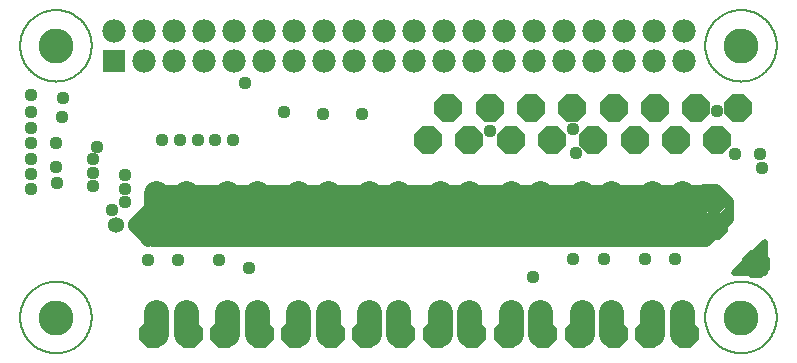
<source format=gbr>
G04 EAGLE Gerber X2 export*
%TF.Part,Single*%
%TF.FileFunction,Soldermask,Bot,1*%
%TF.FilePolarity,Negative*%
%TF.GenerationSoftware,Autodesk,EAGLE,9.0.1*%
%TF.CreationDate,2018-06-21T06:15:50Z*%
G75*
%MOMM*%
%FSLAX34Y34*%
%LPD*%
%AMOC8*
5,1,8,0,0,1.08239X$1,22.5*%
G01*
%ADD10R,47.125000X5.250000*%
%ADD11C,0.508000*%
%ADD12C,0.203200*%
%ADD13P,2.556822X8X22.500000*%
%ADD14P,2.556822X8X202.500000*%
%ADD15R,1.981200X1.981200*%
%ADD16C,1.981200*%
%ADD17C,2.953200*%
%ADD18C,2.133600*%
%ADD19C,1.359600*%
%ADD20C,1.109600*%


D10*
X451875Y743750D03*
X451875Y743750D03*
D11*
X683750Y767500D02*
X696250Y767500D01*
X707500Y756250D01*
X707500Y740000D01*
X687500Y720000D01*
X687500Y725000D01*
X705000Y742500D01*
X705000Y748750D01*
X705000Y752500D01*
X705000Y748750D02*
X700000Y743750D01*
X217500Y755000D02*
X200000Y737500D01*
X200000Y733750D01*
X213750Y720000D01*
X215000Y720000D01*
X215000Y746250D01*
X205000Y736250D01*
X205000Y732500D01*
X211250Y726250D01*
X211250Y737500D01*
X211250Y738750D01*
X211250Y737500D02*
X207500Y733750D01*
X710000Y695000D02*
X736250Y721250D01*
X736250Y695000D02*
X710000Y695000D01*
X736250Y695000D02*
X736250Y717500D01*
X736250Y720000D01*
X736250Y717500D02*
X717500Y698750D01*
D12*
X105991Y657500D02*
X106000Y658243D01*
X106027Y658985D01*
X106073Y659726D01*
X106137Y660466D01*
X106219Y661204D01*
X106319Y661940D01*
X106436Y662673D01*
X106572Y663403D01*
X106726Y664130D01*
X106898Y664852D01*
X107087Y665570D01*
X107294Y666284D01*
X107518Y666992D01*
X107760Y667694D01*
X108019Y668390D01*
X108294Y669080D01*
X108587Y669762D01*
X108896Y670437D01*
X109222Y671105D01*
X109564Y671764D01*
X109922Y672415D01*
X110296Y673056D01*
X110686Y673688D01*
X111091Y674311D01*
X111511Y674923D01*
X111946Y675525D01*
X112395Y676116D01*
X112859Y676696D01*
X113338Y677264D01*
X113830Y677821D01*
X114335Y678365D01*
X114854Y678896D01*
X115385Y679415D01*
X115929Y679920D01*
X116486Y680412D01*
X117054Y680891D01*
X117634Y681355D01*
X118225Y681804D01*
X118827Y682239D01*
X119439Y682659D01*
X120062Y683064D01*
X120694Y683454D01*
X121335Y683828D01*
X121986Y684186D01*
X122645Y684528D01*
X123313Y684854D01*
X123988Y685163D01*
X124670Y685456D01*
X125360Y685731D01*
X126056Y685990D01*
X126758Y686232D01*
X127466Y686456D01*
X128180Y686663D01*
X128898Y686852D01*
X129620Y687024D01*
X130347Y687178D01*
X131077Y687314D01*
X131810Y687431D01*
X132546Y687531D01*
X133284Y687613D01*
X134024Y687677D01*
X134765Y687723D01*
X135507Y687750D01*
X136250Y687759D01*
X136993Y687750D01*
X137735Y687723D01*
X138476Y687677D01*
X139216Y687613D01*
X139954Y687531D01*
X140690Y687431D01*
X141423Y687314D01*
X142153Y687178D01*
X142880Y687024D01*
X143602Y686852D01*
X144320Y686663D01*
X145034Y686456D01*
X145742Y686232D01*
X146444Y685990D01*
X147140Y685731D01*
X147830Y685456D01*
X148512Y685163D01*
X149187Y684854D01*
X149855Y684528D01*
X150514Y684186D01*
X151165Y683828D01*
X151806Y683454D01*
X152438Y683064D01*
X153061Y682659D01*
X153673Y682239D01*
X154275Y681804D01*
X154866Y681355D01*
X155446Y680891D01*
X156014Y680412D01*
X156571Y679920D01*
X157115Y679415D01*
X157646Y678896D01*
X158165Y678365D01*
X158670Y677821D01*
X159162Y677264D01*
X159641Y676696D01*
X160105Y676116D01*
X160554Y675525D01*
X160989Y674923D01*
X161409Y674311D01*
X161814Y673688D01*
X162204Y673056D01*
X162578Y672415D01*
X162936Y671764D01*
X163278Y671105D01*
X163604Y670437D01*
X163913Y669762D01*
X164206Y669080D01*
X164481Y668390D01*
X164740Y667694D01*
X164982Y666992D01*
X165206Y666284D01*
X165413Y665570D01*
X165602Y664852D01*
X165774Y664130D01*
X165928Y663403D01*
X166064Y662673D01*
X166181Y661940D01*
X166281Y661204D01*
X166363Y660466D01*
X166427Y659726D01*
X166473Y658985D01*
X166500Y658243D01*
X166509Y657500D01*
X166500Y656757D01*
X166473Y656015D01*
X166427Y655274D01*
X166363Y654534D01*
X166281Y653796D01*
X166181Y653060D01*
X166064Y652327D01*
X165928Y651597D01*
X165774Y650870D01*
X165602Y650148D01*
X165413Y649430D01*
X165206Y648716D01*
X164982Y648008D01*
X164740Y647306D01*
X164481Y646610D01*
X164206Y645920D01*
X163913Y645238D01*
X163604Y644563D01*
X163278Y643895D01*
X162936Y643236D01*
X162578Y642585D01*
X162204Y641944D01*
X161814Y641312D01*
X161409Y640689D01*
X160989Y640077D01*
X160554Y639475D01*
X160105Y638884D01*
X159641Y638304D01*
X159162Y637736D01*
X158670Y637179D01*
X158165Y636635D01*
X157646Y636104D01*
X157115Y635585D01*
X156571Y635080D01*
X156014Y634588D01*
X155446Y634109D01*
X154866Y633645D01*
X154275Y633196D01*
X153673Y632761D01*
X153061Y632341D01*
X152438Y631936D01*
X151806Y631546D01*
X151165Y631172D01*
X150514Y630814D01*
X149855Y630472D01*
X149187Y630146D01*
X148512Y629837D01*
X147830Y629544D01*
X147140Y629269D01*
X146444Y629010D01*
X145742Y628768D01*
X145034Y628544D01*
X144320Y628337D01*
X143602Y628148D01*
X142880Y627976D01*
X142153Y627822D01*
X141423Y627686D01*
X140690Y627569D01*
X139954Y627469D01*
X139216Y627387D01*
X138476Y627323D01*
X137735Y627277D01*
X136993Y627250D01*
X136250Y627241D01*
X135507Y627250D01*
X134765Y627277D01*
X134024Y627323D01*
X133284Y627387D01*
X132546Y627469D01*
X131810Y627569D01*
X131077Y627686D01*
X130347Y627822D01*
X129620Y627976D01*
X128898Y628148D01*
X128180Y628337D01*
X127466Y628544D01*
X126758Y628768D01*
X126056Y629010D01*
X125360Y629269D01*
X124670Y629544D01*
X123988Y629837D01*
X123313Y630146D01*
X122645Y630472D01*
X121986Y630814D01*
X121335Y631172D01*
X120694Y631546D01*
X120062Y631936D01*
X119439Y632341D01*
X118827Y632761D01*
X118225Y633196D01*
X117634Y633645D01*
X117054Y634109D01*
X116486Y634588D01*
X115929Y635080D01*
X115385Y635585D01*
X114854Y636104D01*
X114335Y636635D01*
X113830Y637179D01*
X113338Y637736D01*
X112859Y638304D01*
X112395Y638884D01*
X111946Y639475D01*
X111511Y640077D01*
X111091Y640689D01*
X110686Y641312D01*
X110296Y641944D01*
X109922Y642585D01*
X109564Y643236D01*
X109222Y643895D01*
X108896Y644563D01*
X108587Y645238D01*
X108294Y645920D01*
X108019Y646610D01*
X107760Y647306D01*
X107518Y648008D01*
X107294Y648716D01*
X107087Y649430D01*
X106898Y650148D01*
X106726Y650870D01*
X106572Y651597D01*
X106436Y652327D01*
X106319Y653060D01*
X106219Y653796D01*
X106137Y654534D01*
X106073Y655274D01*
X106027Y656015D01*
X106000Y656757D01*
X105991Y657500D01*
X105991Y887500D02*
X106000Y888243D01*
X106027Y888985D01*
X106073Y889726D01*
X106137Y890466D01*
X106219Y891204D01*
X106319Y891940D01*
X106436Y892673D01*
X106572Y893403D01*
X106726Y894130D01*
X106898Y894852D01*
X107087Y895570D01*
X107294Y896284D01*
X107518Y896992D01*
X107760Y897694D01*
X108019Y898390D01*
X108294Y899080D01*
X108587Y899762D01*
X108896Y900437D01*
X109222Y901105D01*
X109564Y901764D01*
X109922Y902415D01*
X110296Y903056D01*
X110686Y903688D01*
X111091Y904311D01*
X111511Y904923D01*
X111946Y905525D01*
X112395Y906116D01*
X112859Y906696D01*
X113338Y907264D01*
X113830Y907821D01*
X114335Y908365D01*
X114854Y908896D01*
X115385Y909415D01*
X115929Y909920D01*
X116486Y910412D01*
X117054Y910891D01*
X117634Y911355D01*
X118225Y911804D01*
X118827Y912239D01*
X119439Y912659D01*
X120062Y913064D01*
X120694Y913454D01*
X121335Y913828D01*
X121986Y914186D01*
X122645Y914528D01*
X123313Y914854D01*
X123988Y915163D01*
X124670Y915456D01*
X125360Y915731D01*
X126056Y915990D01*
X126758Y916232D01*
X127466Y916456D01*
X128180Y916663D01*
X128898Y916852D01*
X129620Y917024D01*
X130347Y917178D01*
X131077Y917314D01*
X131810Y917431D01*
X132546Y917531D01*
X133284Y917613D01*
X134024Y917677D01*
X134765Y917723D01*
X135507Y917750D01*
X136250Y917759D01*
X136993Y917750D01*
X137735Y917723D01*
X138476Y917677D01*
X139216Y917613D01*
X139954Y917531D01*
X140690Y917431D01*
X141423Y917314D01*
X142153Y917178D01*
X142880Y917024D01*
X143602Y916852D01*
X144320Y916663D01*
X145034Y916456D01*
X145742Y916232D01*
X146444Y915990D01*
X147140Y915731D01*
X147830Y915456D01*
X148512Y915163D01*
X149187Y914854D01*
X149855Y914528D01*
X150514Y914186D01*
X151165Y913828D01*
X151806Y913454D01*
X152438Y913064D01*
X153061Y912659D01*
X153673Y912239D01*
X154275Y911804D01*
X154866Y911355D01*
X155446Y910891D01*
X156014Y910412D01*
X156571Y909920D01*
X157115Y909415D01*
X157646Y908896D01*
X158165Y908365D01*
X158670Y907821D01*
X159162Y907264D01*
X159641Y906696D01*
X160105Y906116D01*
X160554Y905525D01*
X160989Y904923D01*
X161409Y904311D01*
X161814Y903688D01*
X162204Y903056D01*
X162578Y902415D01*
X162936Y901764D01*
X163278Y901105D01*
X163604Y900437D01*
X163913Y899762D01*
X164206Y899080D01*
X164481Y898390D01*
X164740Y897694D01*
X164982Y896992D01*
X165206Y896284D01*
X165413Y895570D01*
X165602Y894852D01*
X165774Y894130D01*
X165928Y893403D01*
X166064Y892673D01*
X166181Y891940D01*
X166281Y891204D01*
X166363Y890466D01*
X166427Y889726D01*
X166473Y888985D01*
X166500Y888243D01*
X166509Y887500D01*
X166500Y886757D01*
X166473Y886015D01*
X166427Y885274D01*
X166363Y884534D01*
X166281Y883796D01*
X166181Y883060D01*
X166064Y882327D01*
X165928Y881597D01*
X165774Y880870D01*
X165602Y880148D01*
X165413Y879430D01*
X165206Y878716D01*
X164982Y878008D01*
X164740Y877306D01*
X164481Y876610D01*
X164206Y875920D01*
X163913Y875238D01*
X163604Y874563D01*
X163278Y873895D01*
X162936Y873236D01*
X162578Y872585D01*
X162204Y871944D01*
X161814Y871312D01*
X161409Y870689D01*
X160989Y870077D01*
X160554Y869475D01*
X160105Y868884D01*
X159641Y868304D01*
X159162Y867736D01*
X158670Y867179D01*
X158165Y866635D01*
X157646Y866104D01*
X157115Y865585D01*
X156571Y865080D01*
X156014Y864588D01*
X155446Y864109D01*
X154866Y863645D01*
X154275Y863196D01*
X153673Y862761D01*
X153061Y862341D01*
X152438Y861936D01*
X151806Y861546D01*
X151165Y861172D01*
X150514Y860814D01*
X149855Y860472D01*
X149187Y860146D01*
X148512Y859837D01*
X147830Y859544D01*
X147140Y859269D01*
X146444Y859010D01*
X145742Y858768D01*
X145034Y858544D01*
X144320Y858337D01*
X143602Y858148D01*
X142880Y857976D01*
X142153Y857822D01*
X141423Y857686D01*
X140690Y857569D01*
X139954Y857469D01*
X139216Y857387D01*
X138476Y857323D01*
X137735Y857277D01*
X136993Y857250D01*
X136250Y857241D01*
X135507Y857250D01*
X134765Y857277D01*
X134024Y857323D01*
X133284Y857387D01*
X132546Y857469D01*
X131810Y857569D01*
X131077Y857686D01*
X130347Y857822D01*
X129620Y857976D01*
X128898Y858148D01*
X128180Y858337D01*
X127466Y858544D01*
X126758Y858768D01*
X126056Y859010D01*
X125360Y859269D01*
X124670Y859544D01*
X123988Y859837D01*
X123313Y860146D01*
X122645Y860472D01*
X121986Y860814D01*
X121335Y861172D01*
X120694Y861546D01*
X120062Y861936D01*
X119439Y862341D01*
X118827Y862761D01*
X118225Y863196D01*
X117634Y863645D01*
X117054Y864109D01*
X116486Y864588D01*
X115929Y865080D01*
X115385Y865585D01*
X114854Y866104D01*
X114335Y866635D01*
X113830Y867179D01*
X113338Y867736D01*
X112859Y868304D01*
X112395Y868884D01*
X111946Y869475D01*
X111511Y870077D01*
X111091Y870689D01*
X110686Y871312D01*
X110296Y871944D01*
X109922Y872585D01*
X109564Y873236D01*
X109222Y873895D01*
X108896Y874563D01*
X108587Y875238D01*
X108294Y875920D01*
X108019Y876610D01*
X107760Y877306D01*
X107518Y878008D01*
X107294Y878716D01*
X107087Y879430D01*
X106898Y880148D01*
X106726Y880870D01*
X106572Y881597D01*
X106436Y882327D01*
X106319Y883060D01*
X106219Y883796D01*
X106137Y884534D01*
X106073Y885274D01*
X106027Y886015D01*
X106000Y886757D01*
X105991Y887500D01*
X685991Y887500D02*
X686000Y888243D01*
X686027Y888985D01*
X686073Y889726D01*
X686137Y890466D01*
X686219Y891204D01*
X686319Y891940D01*
X686436Y892673D01*
X686572Y893403D01*
X686726Y894130D01*
X686898Y894852D01*
X687087Y895570D01*
X687294Y896284D01*
X687518Y896992D01*
X687760Y897694D01*
X688019Y898390D01*
X688294Y899080D01*
X688587Y899762D01*
X688896Y900437D01*
X689222Y901105D01*
X689564Y901764D01*
X689922Y902415D01*
X690296Y903056D01*
X690686Y903688D01*
X691091Y904311D01*
X691511Y904923D01*
X691946Y905525D01*
X692395Y906116D01*
X692859Y906696D01*
X693338Y907264D01*
X693830Y907821D01*
X694335Y908365D01*
X694854Y908896D01*
X695385Y909415D01*
X695929Y909920D01*
X696486Y910412D01*
X697054Y910891D01*
X697634Y911355D01*
X698225Y911804D01*
X698827Y912239D01*
X699439Y912659D01*
X700062Y913064D01*
X700694Y913454D01*
X701335Y913828D01*
X701986Y914186D01*
X702645Y914528D01*
X703313Y914854D01*
X703988Y915163D01*
X704670Y915456D01*
X705360Y915731D01*
X706056Y915990D01*
X706758Y916232D01*
X707466Y916456D01*
X708180Y916663D01*
X708898Y916852D01*
X709620Y917024D01*
X710347Y917178D01*
X711077Y917314D01*
X711810Y917431D01*
X712546Y917531D01*
X713284Y917613D01*
X714024Y917677D01*
X714765Y917723D01*
X715507Y917750D01*
X716250Y917759D01*
X716993Y917750D01*
X717735Y917723D01*
X718476Y917677D01*
X719216Y917613D01*
X719954Y917531D01*
X720690Y917431D01*
X721423Y917314D01*
X722153Y917178D01*
X722880Y917024D01*
X723602Y916852D01*
X724320Y916663D01*
X725034Y916456D01*
X725742Y916232D01*
X726444Y915990D01*
X727140Y915731D01*
X727830Y915456D01*
X728512Y915163D01*
X729187Y914854D01*
X729855Y914528D01*
X730514Y914186D01*
X731165Y913828D01*
X731806Y913454D01*
X732438Y913064D01*
X733061Y912659D01*
X733673Y912239D01*
X734275Y911804D01*
X734866Y911355D01*
X735446Y910891D01*
X736014Y910412D01*
X736571Y909920D01*
X737115Y909415D01*
X737646Y908896D01*
X738165Y908365D01*
X738670Y907821D01*
X739162Y907264D01*
X739641Y906696D01*
X740105Y906116D01*
X740554Y905525D01*
X740989Y904923D01*
X741409Y904311D01*
X741814Y903688D01*
X742204Y903056D01*
X742578Y902415D01*
X742936Y901764D01*
X743278Y901105D01*
X743604Y900437D01*
X743913Y899762D01*
X744206Y899080D01*
X744481Y898390D01*
X744740Y897694D01*
X744982Y896992D01*
X745206Y896284D01*
X745413Y895570D01*
X745602Y894852D01*
X745774Y894130D01*
X745928Y893403D01*
X746064Y892673D01*
X746181Y891940D01*
X746281Y891204D01*
X746363Y890466D01*
X746427Y889726D01*
X746473Y888985D01*
X746500Y888243D01*
X746509Y887500D01*
X746500Y886757D01*
X746473Y886015D01*
X746427Y885274D01*
X746363Y884534D01*
X746281Y883796D01*
X746181Y883060D01*
X746064Y882327D01*
X745928Y881597D01*
X745774Y880870D01*
X745602Y880148D01*
X745413Y879430D01*
X745206Y878716D01*
X744982Y878008D01*
X744740Y877306D01*
X744481Y876610D01*
X744206Y875920D01*
X743913Y875238D01*
X743604Y874563D01*
X743278Y873895D01*
X742936Y873236D01*
X742578Y872585D01*
X742204Y871944D01*
X741814Y871312D01*
X741409Y870689D01*
X740989Y870077D01*
X740554Y869475D01*
X740105Y868884D01*
X739641Y868304D01*
X739162Y867736D01*
X738670Y867179D01*
X738165Y866635D01*
X737646Y866104D01*
X737115Y865585D01*
X736571Y865080D01*
X736014Y864588D01*
X735446Y864109D01*
X734866Y863645D01*
X734275Y863196D01*
X733673Y862761D01*
X733061Y862341D01*
X732438Y861936D01*
X731806Y861546D01*
X731165Y861172D01*
X730514Y860814D01*
X729855Y860472D01*
X729187Y860146D01*
X728512Y859837D01*
X727830Y859544D01*
X727140Y859269D01*
X726444Y859010D01*
X725742Y858768D01*
X725034Y858544D01*
X724320Y858337D01*
X723602Y858148D01*
X722880Y857976D01*
X722153Y857822D01*
X721423Y857686D01*
X720690Y857569D01*
X719954Y857469D01*
X719216Y857387D01*
X718476Y857323D01*
X717735Y857277D01*
X716993Y857250D01*
X716250Y857241D01*
X715507Y857250D01*
X714765Y857277D01*
X714024Y857323D01*
X713284Y857387D01*
X712546Y857469D01*
X711810Y857569D01*
X711077Y857686D01*
X710347Y857822D01*
X709620Y857976D01*
X708898Y858148D01*
X708180Y858337D01*
X707466Y858544D01*
X706758Y858768D01*
X706056Y859010D01*
X705360Y859269D01*
X704670Y859544D01*
X703988Y859837D01*
X703313Y860146D01*
X702645Y860472D01*
X701986Y860814D01*
X701335Y861172D01*
X700694Y861546D01*
X700062Y861936D01*
X699439Y862341D01*
X698827Y862761D01*
X698225Y863196D01*
X697634Y863645D01*
X697054Y864109D01*
X696486Y864588D01*
X695929Y865080D01*
X695385Y865585D01*
X694854Y866104D01*
X694335Y866635D01*
X693830Y867179D01*
X693338Y867736D01*
X692859Y868304D01*
X692395Y868884D01*
X691946Y869475D01*
X691511Y870077D01*
X691091Y870689D01*
X690686Y871312D01*
X690296Y871944D01*
X689922Y872585D01*
X689564Y873236D01*
X689222Y873895D01*
X688896Y874563D01*
X688587Y875238D01*
X688294Y875920D01*
X688019Y876610D01*
X687760Y877306D01*
X687518Y878008D01*
X687294Y878716D01*
X687087Y879430D01*
X686898Y880148D01*
X686726Y880870D01*
X686572Y881597D01*
X686436Y882327D01*
X686319Y883060D01*
X686219Y883796D01*
X686137Y884534D01*
X686073Y885274D01*
X686027Y886015D01*
X686000Y886757D01*
X685991Y887500D01*
X685991Y657500D02*
X686000Y658243D01*
X686027Y658985D01*
X686073Y659726D01*
X686137Y660466D01*
X686219Y661204D01*
X686319Y661940D01*
X686436Y662673D01*
X686572Y663403D01*
X686726Y664130D01*
X686898Y664852D01*
X687087Y665570D01*
X687294Y666284D01*
X687518Y666992D01*
X687760Y667694D01*
X688019Y668390D01*
X688294Y669080D01*
X688587Y669762D01*
X688896Y670437D01*
X689222Y671105D01*
X689564Y671764D01*
X689922Y672415D01*
X690296Y673056D01*
X690686Y673688D01*
X691091Y674311D01*
X691511Y674923D01*
X691946Y675525D01*
X692395Y676116D01*
X692859Y676696D01*
X693338Y677264D01*
X693830Y677821D01*
X694335Y678365D01*
X694854Y678896D01*
X695385Y679415D01*
X695929Y679920D01*
X696486Y680412D01*
X697054Y680891D01*
X697634Y681355D01*
X698225Y681804D01*
X698827Y682239D01*
X699439Y682659D01*
X700062Y683064D01*
X700694Y683454D01*
X701335Y683828D01*
X701986Y684186D01*
X702645Y684528D01*
X703313Y684854D01*
X703988Y685163D01*
X704670Y685456D01*
X705360Y685731D01*
X706056Y685990D01*
X706758Y686232D01*
X707466Y686456D01*
X708180Y686663D01*
X708898Y686852D01*
X709620Y687024D01*
X710347Y687178D01*
X711077Y687314D01*
X711810Y687431D01*
X712546Y687531D01*
X713284Y687613D01*
X714024Y687677D01*
X714765Y687723D01*
X715507Y687750D01*
X716250Y687759D01*
X716993Y687750D01*
X717735Y687723D01*
X718476Y687677D01*
X719216Y687613D01*
X719954Y687531D01*
X720690Y687431D01*
X721423Y687314D01*
X722153Y687178D01*
X722880Y687024D01*
X723602Y686852D01*
X724320Y686663D01*
X725034Y686456D01*
X725742Y686232D01*
X726444Y685990D01*
X727140Y685731D01*
X727830Y685456D01*
X728512Y685163D01*
X729187Y684854D01*
X729855Y684528D01*
X730514Y684186D01*
X731165Y683828D01*
X731806Y683454D01*
X732438Y683064D01*
X733061Y682659D01*
X733673Y682239D01*
X734275Y681804D01*
X734866Y681355D01*
X735446Y680891D01*
X736014Y680412D01*
X736571Y679920D01*
X737115Y679415D01*
X737646Y678896D01*
X738165Y678365D01*
X738670Y677821D01*
X739162Y677264D01*
X739641Y676696D01*
X740105Y676116D01*
X740554Y675525D01*
X740989Y674923D01*
X741409Y674311D01*
X741814Y673688D01*
X742204Y673056D01*
X742578Y672415D01*
X742936Y671764D01*
X743278Y671105D01*
X743604Y670437D01*
X743913Y669762D01*
X744206Y669080D01*
X744481Y668390D01*
X744740Y667694D01*
X744982Y666992D01*
X745206Y666284D01*
X745413Y665570D01*
X745602Y664852D01*
X745774Y664130D01*
X745928Y663403D01*
X746064Y662673D01*
X746181Y661940D01*
X746281Y661204D01*
X746363Y660466D01*
X746427Y659726D01*
X746473Y658985D01*
X746500Y658243D01*
X746509Y657500D01*
X746500Y656757D01*
X746473Y656015D01*
X746427Y655274D01*
X746363Y654534D01*
X746281Y653796D01*
X746181Y653060D01*
X746064Y652327D01*
X745928Y651597D01*
X745774Y650870D01*
X745602Y650148D01*
X745413Y649430D01*
X745206Y648716D01*
X744982Y648008D01*
X744740Y647306D01*
X744481Y646610D01*
X744206Y645920D01*
X743913Y645238D01*
X743604Y644563D01*
X743278Y643895D01*
X742936Y643236D01*
X742578Y642585D01*
X742204Y641944D01*
X741814Y641312D01*
X741409Y640689D01*
X740989Y640077D01*
X740554Y639475D01*
X740105Y638884D01*
X739641Y638304D01*
X739162Y637736D01*
X738670Y637179D01*
X738165Y636635D01*
X737646Y636104D01*
X737115Y635585D01*
X736571Y635080D01*
X736014Y634588D01*
X735446Y634109D01*
X734866Y633645D01*
X734275Y633196D01*
X733673Y632761D01*
X733061Y632341D01*
X732438Y631936D01*
X731806Y631546D01*
X731165Y631172D01*
X730514Y630814D01*
X729855Y630472D01*
X729187Y630146D01*
X728512Y629837D01*
X727830Y629544D01*
X727140Y629269D01*
X726444Y629010D01*
X725742Y628768D01*
X725034Y628544D01*
X724320Y628337D01*
X723602Y628148D01*
X722880Y627976D01*
X722153Y627822D01*
X721423Y627686D01*
X720690Y627569D01*
X719954Y627469D01*
X719216Y627387D01*
X718476Y627323D01*
X717735Y627277D01*
X716993Y627250D01*
X716250Y627241D01*
X715507Y627250D01*
X714765Y627277D01*
X714024Y627323D01*
X713284Y627387D01*
X712546Y627469D01*
X711810Y627569D01*
X711077Y627686D01*
X710347Y627822D01*
X709620Y627976D01*
X708898Y628148D01*
X708180Y628337D01*
X707466Y628544D01*
X706758Y628768D01*
X706056Y629010D01*
X705360Y629269D01*
X704670Y629544D01*
X703988Y629837D01*
X703313Y630146D01*
X702645Y630472D01*
X701986Y630814D01*
X701335Y631172D01*
X700694Y631546D01*
X700062Y631936D01*
X699439Y632341D01*
X698827Y632761D01*
X698225Y633196D01*
X697634Y633645D01*
X697054Y634109D01*
X696486Y634588D01*
X695929Y635080D01*
X695385Y635585D01*
X694854Y636104D01*
X694335Y636635D01*
X693830Y637179D01*
X693338Y637736D01*
X692859Y638304D01*
X692395Y638884D01*
X691946Y639475D01*
X691511Y640077D01*
X691091Y640689D01*
X690686Y641312D01*
X690296Y641944D01*
X689922Y642585D01*
X689564Y643236D01*
X689222Y643895D01*
X688896Y644563D01*
X688587Y645238D01*
X688294Y645920D01*
X688019Y646610D01*
X687760Y647306D01*
X687518Y648008D01*
X687294Y648716D01*
X687087Y649430D01*
X686898Y650148D01*
X686726Y650870D01*
X686572Y651597D01*
X686436Y652327D01*
X686319Y653060D01*
X686219Y653796D01*
X686137Y654534D01*
X686073Y655274D01*
X686027Y656015D01*
X686000Y656757D01*
X685991Y657500D01*
D13*
X668750Y643750D03*
X638750Y643750D03*
D14*
X368750Y643750D03*
X338750Y643750D03*
D13*
X308750Y643750D03*
X278750Y643750D03*
X248750Y643750D03*
X218750Y643750D03*
X608750Y643750D03*
X578750Y643750D03*
X548750Y643750D03*
X518750Y643750D03*
X488750Y643750D03*
X458750Y643750D03*
X428750Y643750D03*
X398750Y643750D03*
X713500Y835000D03*
X678500Y835000D03*
D14*
X626250Y807500D03*
X591250Y807500D03*
D13*
X556250Y807500D03*
X521250Y807500D03*
X486250Y807500D03*
X451250Y807500D03*
X643500Y835000D03*
X608500Y835000D03*
X573500Y835000D03*
X538500Y835000D03*
X503500Y835000D03*
X468500Y835000D03*
X696250Y807500D03*
X661250Y807500D03*
D15*
X185300Y874600D03*
D16*
X185300Y900000D03*
X210700Y874600D03*
X210700Y900000D03*
X236100Y874600D03*
X236100Y900000D03*
X261500Y874600D03*
X261500Y900000D03*
X286900Y874600D03*
X286900Y900000D03*
X312300Y874600D03*
X312300Y900000D03*
X337700Y874600D03*
X337700Y900000D03*
X363100Y874600D03*
X363100Y900000D03*
X388500Y874600D03*
X388500Y900000D03*
X413900Y874600D03*
X413900Y900000D03*
X439300Y874600D03*
X439300Y900000D03*
X464700Y874600D03*
X464700Y900000D03*
X490100Y874600D03*
X490100Y900000D03*
X515500Y874600D03*
X515500Y900000D03*
X540900Y874600D03*
X540900Y900000D03*
X566300Y874600D03*
X566300Y900000D03*
X591700Y874600D03*
X591700Y900000D03*
X617100Y874600D03*
X617100Y900000D03*
X642500Y874600D03*
X642500Y900000D03*
X667900Y874600D03*
X667900Y900000D03*
D17*
X136600Y657300D03*
X136600Y887300D03*
X716600Y657300D03*
X716600Y887300D03*
D13*
X693750Y735000D03*
X693750Y757500D03*
D18*
X221250Y762888D02*
X221250Y744092D01*
X221250Y661898D02*
X221250Y643102D01*
X666250Y744092D02*
X666250Y762888D01*
X666250Y661898D02*
X666250Y643102D01*
X641250Y744092D02*
X641250Y762888D01*
X641250Y661898D02*
X641250Y643102D01*
X606250Y744092D02*
X606250Y762888D01*
X606250Y661898D02*
X606250Y643102D01*
X581250Y744092D02*
X581250Y762888D01*
X581250Y661898D02*
X581250Y643102D01*
X546250Y744092D02*
X546250Y762888D01*
X546250Y661898D02*
X546250Y643102D01*
X521250Y744092D02*
X521250Y762888D01*
X521250Y661898D02*
X521250Y643102D01*
X486250Y744092D02*
X486250Y762888D01*
X486250Y661898D02*
X486250Y643102D01*
X461250Y744092D02*
X461250Y762888D01*
X461250Y661898D02*
X461250Y643102D01*
X426250Y744092D02*
X426250Y762888D01*
X426250Y661898D02*
X426250Y643102D01*
X401250Y744092D02*
X401250Y762888D01*
X401250Y661898D02*
X401250Y643102D01*
X366250Y744092D02*
X366250Y762888D01*
X366250Y661898D02*
X366250Y643102D01*
X341250Y744092D02*
X341250Y762888D01*
X341250Y661898D02*
X341250Y643102D01*
X306250Y744092D02*
X306250Y762888D01*
X306250Y661898D02*
X306250Y643102D01*
X281250Y744092D02*
X281250Y762888D01*
X281250Y661898D02*
X281250Y643102D01*
X246250Y744092D02*
X246250Y762888D01*
X246250Y661898D02*
X246250Y643102D01*
D13*
X221250Y745000D03*
X247500Y745000D03*
X280000Y745000D03*
X307500Y745000D03*
X340000Y745000D03*
X367500Y745000D03*
X400000Y745000D03*
X427500Y745000D03*
X667500Y745000D03*
X640000Y745000D03*
X607500Y745000D03*
X580000Y745000D03*
X547500Y745000D03*
X520000Y745000D03*
X487500Y745000D03*
X460000Y745000D03*
X728750Y702500D03*
D19*
X187428Y735750D03*
D20*
X141000Y827250D03*
X660000Y706741D03*
X711000Y795750D03*
X114750Y805500D03*
X635000Y706726D03*
X136500Y805500D03*
X695542Y832500D03*
X600033Y706791D03*
X114750Y792000D03*
X732750Y795750D03*
X574250Y706750D03*
X136500Y785250D03*
X286250Y807500D03*
X734250Y783750D03*
X540000Y691934D03*
X114750Y779250D03*
X271250Y807500D03*
X137250Y771000D03*
X256250Y807500D03*
X573693Y817149D03*
X114750Y766500D03*
X241250Y807500D03*
X577000Y796820D03*
X214500Y706500D03*
X226250Y807500D03*
X171179Y801428D03*
X240000Y706500D03*
X168000Y791250D03*
X274500Y706500D03*
X168000Y780000D03*
X168000Y768750D03*
X300000Y699000D03*
X504000Y815250D03*
X195000Y777750D03*
X195000Y766500D03*
X195000Y755250D03*
X183750Y748500D03*
X114750Y831000D03*
X329000Y831500D03*
X142500Y843000D03*
X362250Y830000D03*
X114750Y818250D03*
X395750Y830000D03*
X114750Y846000D03*
X296000Y856250D03*
M02*

</source>
